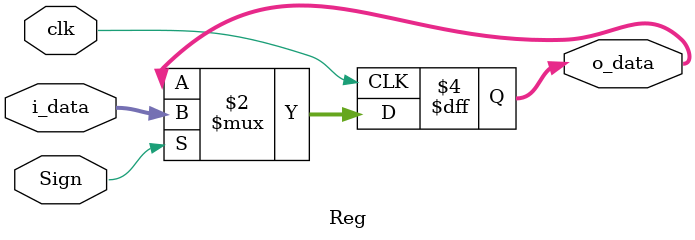
<source format=v>
`timescale 1ns / 1ps

module Reg(
    input [31:0] i_data,  
    input clk, Sign,
    output reg [31:0] o_data
    );  
    always @(posedge clk) begin
        if(Sign) o_data <= i_data;
    end
endmodule

</source>
